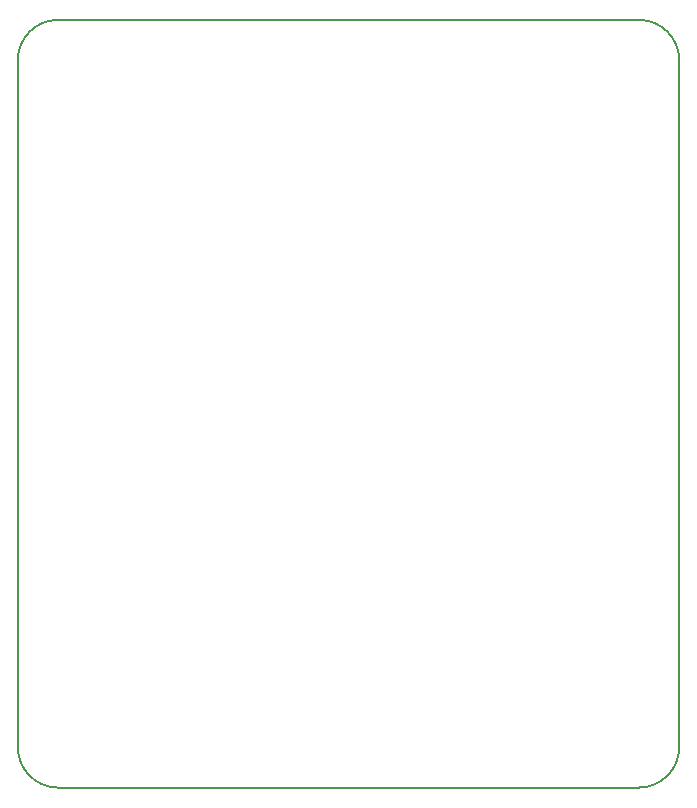
<source format=gm1>
G04*
G04 #@! TF.GenerationSoftware,Altium Limited,Altium Designer,21.7.2 (23)*
G04*
G04 Layer_Color=16711935*
%FSLAX25Y25*%
%MOIN*%
G70*
G04*
G04 #@! TF.SameCoordinates,72A3C6AD-17B6-4F61-9830-52E5D45F99D0*
G04*
G04*
G04 #@! TF.FilePolarity,Positive*
G04*
G01*
G75*
%ADD11C,0.00787*%
D11*
X472385Y102756D02*
G03*
X485827Y116198I0J13442D01*
G01*
Y345220D02*
G03*
X472385Y358661I-13442J0D01*
G01*
X278796D02*
G03*
X265354Y345220I0J-13442D01*
G01*
Y116170D02*
G03*
X278768Y102756I13414J0D01*
G01*
X379134D02*
X472385D01*
X485827Y116198D02*
Y345220D01*
X278796Y358661D02*
X472385D01*
X265354Y116170D02*
Y345220D01*
X278768Y102756D02*
X379134D01*
M02*

</source>
